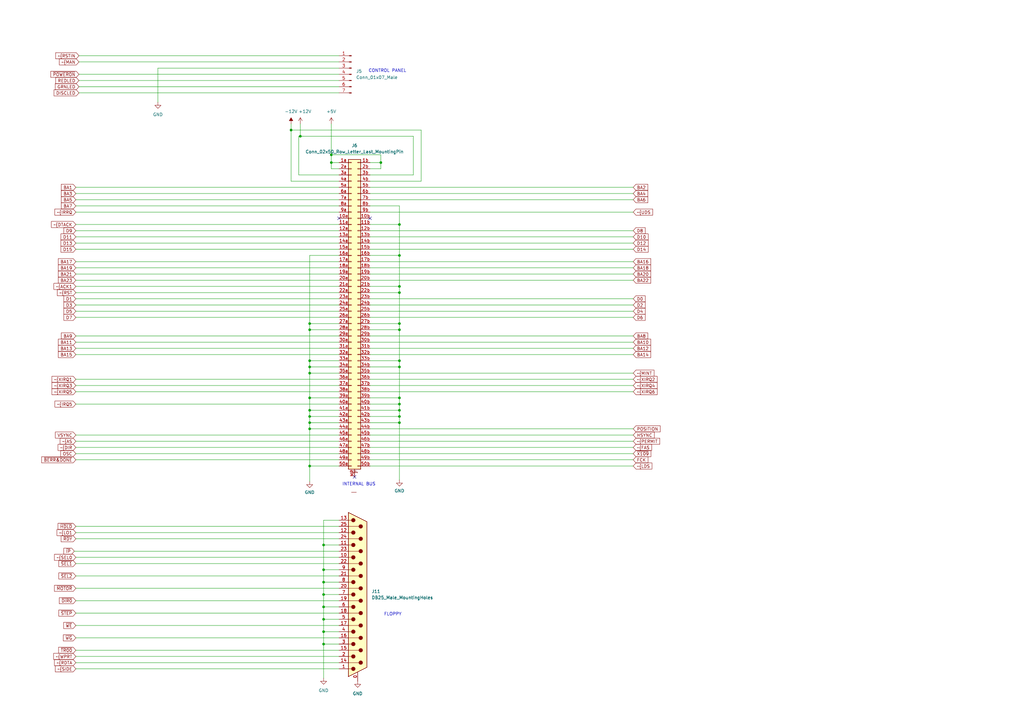
<source format=kicad_sch>
(kicad_sch (version 20211123) (generator eeschema)
  (paper "A3")
  (lib_symbols
    (symbol "Connector:Conn_01x07_Male" (pin_names (offset 1.016) hide)
      (property "Reference" "J" (at 0 10.16 0))
      (property "Value" "Conn_01x07_Male" (at 0 -10.16 0))
      (symbol "Conn_01x07_Male_1_1"
        (polyline (pts (xy 1.27 -7.62) (xy 0.8636 -7.62)) (stroke (width 0.1524)))
        (polyline (pts (xy 1.27 -5.08) (xy 0.8636 -5.08)) (stroke (width 0.1524)))
        (polyline (pts (xy 1.27 -2.54) (xy 0.8636 -2.54)) (stroke (width 0.1524)))
        (polyline (pts (xy 1.27 0) (xy 0.8636 0)) (stroke (width 0.1524)))
        (polyline (pts (xy 1.27 2.54) (xy 0.8636 2.54)) (stroke (width 0.1524)))
        (polyline (pts (xy 1.27 5.08) (xy 0.8636 5.08)) (stroke (width 0.1524)))
        (polyline (pts (xy 1.27 7.62) (xy 0.8636 7.62)) (stroke (width 0.1524)))
        (rectangle (start 0.8636 -7.493) (end 0 -7.747) (stroke (width 0.1524)) (fill (type outline)))
        (rectangle (start 0.8636 -4.953) (end 0 -5.207) (stroke (width 0.1524)) (fill (type outline)))
        (rectangle (start 0.8636 -2.413) (end 0 -2.667) (stroke (width 0.1524)) (fill (type outline)))
        (rectangle (start 0.8636 0.127) (end 0 -0.127) (stroke (width 0.1524)) (fill (type outline)))
        (rectangle (start 0.8636 2.667) (end 0 2.413) (stroke (width 0.1524)) (fill (type outline)))
        (rectangle (start 0.8636 5.207) (end 0 4.953) (stroke (width 0.1524)) (fill (type outline)))
        (rectangle (start 0.8636 7.747) (end 0 7.493) (stroke (width 0.1524)) (fill (type outline)))
        (pin passive line (at 5.08 7.62 180) (length 3.81) (name "Pin_1") (number "1"))
        (pin passive line (at 5.08 5.08 180) (length 3.81) (name "Pin_2") (number "2"))
        (pin passive line (at 5.08 2.54 180) (length 3.81) (name "Pin_3") (number "3"))
        (pin passive line (at 5.08 0 180) (length 3.81) (name "Pin_4") (number "4"))
        (pin passive line (at 5.08 -2.54 180) (length 3.81) (name "Pin_5") (number "5"))
        (pin passive line (at 5.08 -5.08 180) (length 3.81) (name "Pin_6") (number "6"))
        (pin passive line (at 5.08 -7.62 180) (length 3.81) (name "Pin_7") (number "7"))
      )
    )
    (symbol "Connector:DB25_Male_MountingHoles" (pin_names (offset 1.016) hide)
      (property "Reference" "J" (at 0 36.83 0))
      (property "Value" "DB25_Male_MountingHoles" (at 0 34.925 0))
      (symbol "DB25_Male_MountingHoles_0_1"
        (circle (center -1.778 -30.48) (radius 0.762) (fill (type outline)))
        (circle (center -1.778 -25.4) (radius 0.762) (fill (type outline)))
        (circle (center -1.778 -20.32) (radius 0.762) (fill (type outline)))
        (circle (center -1.778 -15.24) (radius 0.762) (fill (type outline)))
        (circle (center -1.778 -10.16) (radius 0.762) (fill (type outline)))
        (circle (center -1.778 -5.08) (radius 0.762) (fill (type outline)))
        (circle (center -1.778 0) (radius 0.762) (fill (type outline)))
        (circle (center -1.778 5.08) (radius 0.762) (fill (type outline)))
        (circle (center -1.778 10.16) (radius 0.762) (fill (type outline)))
        (circle (center -1.778 15.24) (radius 0.762) (fill (type outline)))
        (circle (center -1.778 20.32) (radius 0.762) (fill (type outline)))
        (circle (center -1.778 25.4) (radius 0.762) (fill (type outline)))
        (circle (center -1.778 30.48) (radius 0.762) (fill (type outline)))
        (polyline (pts (xy -3.81 -30.48) (xy -2.54 -30.48)))
        (polyline (pts (xy -3.81 -27.94) (xy 0.508 -27.94)))
        (polyline (pts (xy -3.81 -25.4) (xy -2.54 -25.4)))
        (polyline (pts (xy -3.81 -22.86) (xy 0.508 -22.86)))
        (polyline (pts (xy -3.81 -20.32) (xy -2.54 -20.32)))
        (polyline (pts (xy -3.81 -17.78) (xy 0.508 -17.78)))
        (polyline (pts (xy -3.81 -15.24) (xy -2.54 -15.24)))
        (polyline (pts (xy -3.81 -12.7) (xy 0.508 -12.7)))
        (polyline (pts (xy -3.81 -10.16) (xy -2.54 -10.16)))
        (polyline (pts (xy -3.81 -7.62) (xy 0.508 -7.62)))
        (polyline (pts (xy -3.81 -5.08) (xy -2.54 -5.08)))
        (polyline (pts (xy -3.81 -2.54) (xy 0.508 -2.54)))
        (polyline (pts (xy -3.81 0) (xy -2.54 0)))
        (polyline (pts (xy -3.81 2.54) (xy 0.508 2.54)))
        (polyline (pts (xy -3.81 5.08) (xy -2.54 5.08)))
        (polyline (pts (xy -3.81 7.62) (xy 0.508 7.62)))
        (polyline (pts (xy -3.81 10.16) (xy -2.54 10.16)))
        (polyline (pts (xy -3.81 12.7) (xy 0.508 12.7)))
        (polyline (pts (xy -3.81 15.24) (xy -2.54 15.24)))
        (polyline (pts (xy -3.81 17.78) (xy 0.508 17.78)))
        (polyline (pts (xy -3.81 20.32) (xy -2.54 20.32)))
        (polyline (pts (xy -3.81 22.86) (xy 0.508 22.86)))
        (polyline (pts (xy -3.81 25.4) (xy -2.54 25.4)))
        (polyline (pts (xy -3.81 27.94) (xy 0.508 27.94)))
        (polyline (pts (xy -3.81 30.48) (xy -2.54 30.48)))
        (polyline (pts (xy -3.81 -33.655) (xy 3.81 -29.845) (xy 3.81 29.845) (xy -3.81 33.655) (xy -3.81 -33.655)) (stroke (width 0.254)) (fill (type background)))
        (circle (center 1.27 -27.94) (radius 0.762) (fill (type outline)))
        (circle (center 1.27 -22.86) (radius 0.762) (fill (type outline)))
        (circle (center 1.27 -17.78) (radius 0.762) (fill (type outline)))
        (circle (center 1.27 -12.7) (radius 0.762) (fill (type outline)))
        (circle (center 1.27 -7.62) (radius 0.762) (fill (type outline)))
        (circle (center 1.27 -2.54) (radius 0.762) (fill (type outline)))
        (circle (center 1.27 2.54) (radius 0.762) (fill (type outline)))
        (circle (center 1.27 7.62) (radius 0.762) (fill (type outline)))
        (circle (center 1.27 12.7) (radius 0.762) (fill (type outline)))
        (circle (center 1.27 17.78) (radius 0.762) (fill (type outline)))
        (circle (center 1.27 22.86) (radius 0.762) (fill (type outline)))
        (circle (center 1.27 27.94) (radius 0.762) (fill (type outline)))
      )
      (symbol "DB25_Male_MountingHoles_1_1"
        (pin passive line (at 0 -35.56 90) (length 3.81) (name "PAD") (number "0"))
        (pin passive line (at -7.62 -30.48 0) (length 3.81) (name "1") (number "1"))
        (pin passive line (at -7.62 15.24 0) (length 3.81) (name "10") (number "10"))
        (pin passive line (at -7.62 20.32 0) (length 3.81) (name "11") (number "11"))
        (pin passive line (at -7.62 25.4 0) (length 3.81) (name "12") (number "12"))
        (pin passive line (at -7.62 30.48 0) (length 3.81) (name "13") (number "13"))
        (pin passive line (at -7.62 -27.94 0) (length 3.81) (name "P14") (number "14"))
        (pin passive line (at -7.62 -22.86 0) (length 3.81) (name "P15") (number "15"))
        (pin passive line (at -7.62 -17.78 0) (length 3.81) (name "P16") (number "16"))
        (pin passive line (at -7.62 -12.7 0) (length 3.81) (name "P17") (number "17"))
        (pin passive line (at -7.62 -7.62 0) (length 3.81) (name "P18") (number "18"))
        (pin passive line (at -7.62 -2.54 0) (length 3.81) (name "P19") (number "19"))
        (pin passive line (at -7.62 -25.4 0) (length 3.81) (name "2") (number "2"))
        (pin passive line (at -7.62 2.54 0) (length 3.81) (name "P20") (number "20"))
        (pin passive line (at -7.62 7.62 0) (length 3.81) (name "P21") (number "21"))
        (pin passive line (at -7.62 12.7 0) (length 3.81) (name "P22") (number "22"))
        (pin passive line (at -7.62 17.78 0) (length 3.81) (name "P23") (number "23"))
        (pin passive line (at -7.62 22.86 0) (length 3.81) (name "P24") (number "24"))
        (pin passive line (at -7.62 27.94 0) (length 3.81) (name "P25") (number "25"))
        (pin passive line (at -7.62 -20.32 0) (length 3.81) (name "3") (number "3"))
        (pin passive line (at -7.62 -15.24 0) (length 3.81) (name "4") (number "4"))
        (pin passive line (at -7.62 -10.16 0) (length 3.81) (name "5") (number "5"))
        (pin passive line (at -7.62 -5.08 0) (length 3.81) (name "6") (number "6"))
        (pin passive line (at -7.62 0 0) (length 3.81) (name "7") (number "7"))
        (pin passive line (at -7.62 5.08 0) (length 3.81) (name "8") (number "8"))
        (pin passive line (at -7.62 10.16 0) (length 3.81) (name "9") (number "9"))
      )
    )
    (symbol "power:+12V" (power) (pin_names (offset 0))
      (property "Value" "+12V" (at 0 3.556 0))
      (symbol "+12V_0_1"
        (polyline (pts (xy -0.762 1.27) (xy 0 2.54)))
        (polyline (pts (xy 0 0) (xy 0 2.54)))
        (polyline (pts (xy 0 2.54) (xy 0.762 1.27)))
      )
      (symbol "+12V_1_1"
        (pin power_in line (at 0 0 90) (length 0) hide (name "+12V") (number "1"))
      )
    )
    (symbol "power:+5V" (power) (pin_names (offset 0))
      (property "Value" "+5V" (at 0 3.556 0))
      (symbol "+5V_0_1"
        (polyline (pts (xy -0.762 1.27) (xy 0 2.54)))
        (polyline (pts (xy 0 0) (xy 0 2.54)))
        (polyline (pts (xy 0 2.54) (xy 0.762 1.27)))
      )
      (symbol "+5V_1_1"
        (pin power_in line (at 0 0 90) (length 0) hide (name "+5V") (number "1"))
      )
    )
    (symbol "power:-12V" (power) (pin_names (offset 0))
      (property "Value" "-12V" (at 0 3.81 0))
      (symbol "-12V_0_0"
        (pin power_in line (at 0 0 90) (length 0) hide (name "-12V") (number "1"))
      )
      (symbol "-12V_0_1"
        (polyline (pts (xy 0 0) (xy 0 1.27) (xy 0.762 1.27) (xy 0 2.54) (xy -0.762 1.27) (xy 0 1.27)) (fill (type outline)))
      )
    )
    (symbol "power:GND" (power) (pin_names (offset 0))
      (property "Value" "GND" (at 0 -3.81 0))
      (symbol "GND_0_1"
        (polyline (pts (xy 0 0) (xy 0 -1.27) (xy 1.27 -1.27) (xy 0 -2.54) (xy -1.27 -1.27) (xy 0 -1.27)))
      )
      (symbol "GND_1_1"
        (pin power_in line (at 0 0 270) (length 0) hide (name "GND") (number "1"))
      )
    )
    (symbol "x37:Conn_02x50_Row_Letter_Last_MountingPin" (pin_names (offset 1.016) hide)
      (property "Reference" "J" (at 1.27 50.8 0))
      (property "Value" "Conn_02x50_Row_Letter_Last_MountingPin" (at 6.35 -80.01 0))
      (symbol "Conn_02x50_Row_Letter_Last_MountingPin_1_1"
        (rectangle (start -1.27 -76.073) (end 0 -76.327) (stroke (width 0.1524)))
        (rectangle (start -1.27 -73.533) (end 0 -73.787) (stroke (width 0.1524)))
        (rectangle (start -1.27 -70.993) (end 0 -71.247) (stroke (width 0.1524)))
        (rectangle (start -1.27 -68.453) (end 0 -68.707) (stroke (width 0.1524)))
        (rectangle (start -1.27 -65.913) (end 0 -66.167) (stroke (width 0.1524)))
        (rectangle (start -1.27 -63.373) (end 0 -63.627) (stroke (width 0.1524)))
        (rectangle (start -1.27 -60.833) (end 0 -61.087) (stroke (width 0.1524)))
        (rectangle (start -1.27 -58.293) (end 0 -58.547) (stroke (width 0.1524)))
        (rectangle (start -1.27 -55.753) (end 0 -56.007) (stroke (width 0.1524)))
        (rectangle (start -1.27 -53.213) (end 0 -53.467) (stroke (width 0.1524)))
        (rectangle (start -1.27 -50.673) (end 0 -50.927) (stroke (width 0.1524)))
        (rectangle (start -1.27 -48.133) (end 0 -48.387) (stroke (width 0.1524)))
        (rectangle (start -1.27 -45.593) (end 0 -45.847) (stroke (width 0.1524)))
        (rectangle (start -1.27 -43.053) (end 0 -43.307) (stroke (width 0.1524)))
        (rectangle (start -1.27 -40.513) (end 0 -40.767) (stroke (width 0.1524)))
        (rectangle (start -1.27 -37.973) (end 0 -38.227) (stroke (width 0.1524)))
        (rectangle (start -1.27 -35.433) (end 0 -35.687) (stroke (width 0.1524)))
        (rectangle (start -1.27 -32.893) (end 0 -33.147) (stroke (width 0.1524)))
        (rectangle (start -1.27 -30.353) (end 0 -30.607) (stroke (width 0.1524)))
        (rectangle (start -1.27 -27.813) (end 0 -28.067) (stroke (width 0.1524)))
        (rectangle (start -1.27 -25.273) (end 0 -25.527) (stroke (width 0.1524)))
        (rectangle (start -1.27 -22.733) (end 0 -22.987) (stroke (width 0.1524)))
        (rectangle (start -1.27 -20.193) (end 0 -20.447) (stroke (width 0.1524)))
        (rectangle (start -1.27 -17.653) (end 0 -17.907) (stroke (width 0.1524)))
        (rectangle (start -1.27 -15.113) (end 0 -15.367) (stroke (width 0.1524)))
        (rectangle (start -1.27 -12.573) (end 0 -12.827) (stroke (width 0.1524)))
        (rectangle (start -1.27 -10.033) (end 0 -10.287) (stroke (width 0.1524)))
        (rectangle (start -1.27 -7.493) (end 0 -7.747) (stroke (width 0.1524)))
        (rectangle (start -1.27 -4.953) (end 0 -5.207) (stroke (width 0.1524)))
        (rectangle (start -1.27 -2.413) (end 0 -2.667) (stroke (width 0.1524)))
        (rectangle (start -1.27 0.127) (end 0 -0.127) (stroke (width 0.1524)))
        (rectangle (start -1.27 2.667) (end 0 2.413) (stroke (width 0.1524)))
        (rectangle (start -1.27 5.207) (end 0 4.953) (stroke (width 0.1524)))
        (rectangle (start -1.27 7.747) (end 0 7.493) (stroke (width 0.1524)))
        (rectangle (start -1.27 10.287) (end 0 10.033) (stroke (width 0.1524)))
        (rectangle (start -1.27 12.827) (end 0 12.573) (stroke (width 0.1524)))
        (rectangle (start -1.27 15.367) (end 0 15.113) (stroke (width 0.1524)))
        (rectangle (start -1.27 17.907) (end 0 17.653) (stroke (width 0.1524)))
        (rectangle (start -1.27 20.447) (end 0 20.193) (stroke (width 0.1524)))
        (rectangle (start -1.27 22.987) (end 0 22.733) (stroke (width 0.1524)))
        (rectangle (start -1.27 25.527) (end 0 25.273) (stroke (width 0.1524)))
        (rectangle (start -1.27 28.067) (end 0 27.813) (stroke (width 0.1524)))
        (rectangle (start -1.27 30.607) (end 0 30.353) (stroke (width 0.1524)))
        (rectangle (start -1.27 33.147) (end 0 32.893) (stroke (width 0.1524)))
        (rectangle (start -1.27 35.687) (end 0 35.433) (stroke (width 0.1524)))
        (rectangle (start -1.27 38.227) (end 0 37.973) (stroke (width 0.1524)))
        (rectangle (start -1.27 40.767) (end 0 40.513) (stroke (width 0.1524)))
        (rectangle (start -1.27 43.307) (end 0 43.053) (stroke (width 0.1524)))
        (rectangle (start -1.27 45.847) (end 0 45.593) (stroke (width 0.1524)))
        (rectangle (start -1.27 48.387) (end 0 48.133) (stroke (width 0.1524)))
        (rectangle (start -1.27 49.53) (end 3.81 -77.47) (stroke (width 0.254)) (fill (type background)))
        (polyline (pts (xy 0 -86.995) (xy 2.032 -86.995)) (stroke (width 0.1524)))
        (polyline (pts (xy 0 -78.105) (xy 2.032 -78.105)) (stroke (width 0.1524)))
        (rectangle (start 3.81 -76.073) (end 2.54 -76.327) (stroke (width 0.1524)))
        (rectangle (start 3.81 -73.533) (end 2.54 -73.787) (stroke (width 0.1524)))
        (rectangle (start 3.81 -70.993) (end 2.54 -71.247) (stroke (width 0.1524)))
        (rectangle (start 3.81 -68.453) (end 2.54 -68.707) (stroke (width 0.1524)))
        (rectangle (start 3.81 -65.913) (end 2.54 -66.167) (stroke (width 0.1524)))
        (rectangle (start 3.81 -63.373) (end 2.54 -63.627) (stroke (width 0.1524)))
        (rectangle (start 3.81 -60.833) (end 2.54 -61.087) (stroke (width 0.1524)))
        (rectangle (start 3.81 -58.293) (end 2.54 -58.547) (stroke (width 0.1524)))
        (rectangle (start 3.81 -55.753) (end 2.54 -56.007) (stroke (width 0.1524)))
        (rectangle (start 3.81 -53.213) (end 2.54 -53.467) (stroke (width 0.1524)))
        (rectangle (start 3.81 -50.673) (end 2.54 -50.927) (stroke (width 0.1524)))
        (rectangle (start 3.81 -48.133) (end 2.54 -48.387) (stroke (width 0.1524)))
        (rectangle (start 3.81 -45.593) (end 2.54 -45.847) (stroke (width 0.1524)))
        (rectangle (start 3.81 -43.053) (end 2.54 -43.307) (stroke (width 0.1524)))
        (rectangle (start 3.81 -40.513) (end 2.54 -40.767) (stroke (width 0.1524)))
        (rectangle (start 3.81 -37.973) (end 2.54 -38.227) (stroke (width 0.1524)))
        (rectangle (start 3.81 -35.433) (end 2.54 -35.687) (stroke (width 0.1524)))
        (rectangle (start 3.81 -32.893) (end 2.54 -33.147) (stroke (width 0.1524)))
        (rectangle (start 3.81 -30.353) (end 2.54 -30.607) (stroke (width 0.1524)))
        (rectangle (start 3.81 -27.813) (end 2.54 -28.067) (stroke (width 0.1524)))
        (rectangle (start 3.81 -25.273) (end 2.54 -25.527) (stroke (width 0.1524)))
        (rectangle (start 3.81 -22.733) (end 2.54 -22.987) (stroke (width 0.1524)))
        (rectangle (start 3.81 -20.193) (end 2.54 -20.447) (stroke (width 0.1524)))
        (rectangle (start 3.81 -17.653) (end 2.54 -17.907) (stroke (width 0.1524)))
        (rectangle (start 3.81 -15.113) (end 2.54 -15.367) (stroke (width 0.1524)))
        (rectangle (start 3.81 -12.573) (end 2.54 -12.827) (stroke (width 0.1524)))
        (rectangle (start 3.81 -10.033) (end 2.54 -10.287) (stroke (width 0.1524)))
        (rectangle (start 3.81 -7.493) (end 2.54 -7.747) (stroke (width 0.1524)))
        (rectangle (start 3.81 -4.953) (end 2.54 -5.207) (stroke (width 0.1524)))
        (rectangle (start 3.81 -2.413) (end 2.54 -2.667) (stroke (width 0.1524)))
        (rectangle (start 3.81 0.127) (end 2.54 -0.127) (stroke (width 0.1524)))
        (rectangle (start 3.81 2.667) (end 2.54 2.413) (stroke (width 0.1524)))
        (rectangle (start 3.81 5.207) (end 2.54 4.953) (stroke (width 0.1524)))
        (rectangle (start 3.81 7.747) (end 2.54 7.493) (stroke (width 0.1524)))
        (rectangle (start 3.81 10.287) (end 2.54 10.033) (stroke (width 0.1524)))
        (rectangle (start 3.81 12.827) (end 2.54 12.573) (stroke (width 0.1524)))
        (rectangle (start 3.81 15.367) (end 2.54 15.113) (stroke (width 0.1524)))
        (rectangle (start 3.81 17.907) (end 2.54 17.653) (stroke (width 0.1524)))
        (rectangle (start 3.81 20.447) (end 2.54 20.193) (stroke (width 0.1524)))
        (rectangle (start 3.81 22.987) (end 2.54 22.733) (stroke (width 0.1524)))
        (rectangle (start 3.81 25.527) (end 2.54 25.273) (stroke (width 0.1524)))
        (rectangle (start 3.81 28.067) (end 2.54 27.813) (stroke (width 0.1524)))
        (rectangle (start 3.81 30.607) (end 2.54 30.353) (stroke (width 0.1524)))
        (rectangle (start 3.81 33.147) (end 2.54 32.893) (stroke (width 0.1524)))
        (rectangle (start 3.81 35.687) (end 2.54 35.433) (stroke (width 0.1524)))
        (rectangle (start 3.81 38.227) (end 2.54 37.973) (stroke (width 0.1524)))
        (rectangle (start 3.81 40.767) (end 2.54 40.513) (stroke (width 0.1524)))
        (rectangle (start 3.81 43.307) (end 2.54 43.053) (stroke (width 0.1524)))
        (rectangle (start 3.81 45.847) (end 2.54 45.593) (stroke (width 0.1524)))
        (rectangle (start 3.81 48.387) (end 2.54 48.133) (stroke (width 0.1524)))
        (text "Mounting" (at 1.27 -78.74 0) (effects (font (size 0.381 0.381))))
        (pin passive line (at -5.08 25.4 0) (length 3.81) (name "Pin_10a") (number "10a"))
        (pin passive line (at 7.62 25.4 180) (length 3.81) (name "Pin_10b") (number "10b"))
        (pin passive line (at -5.08 22.86 0) (length 3.81) (name "Pin_11a") (number "11a"))
        (pin passive line (at 7.62 22.86 180) (length 3.81) (name "Pin_11b") (number "11b"))
        (pin passive line (at -5.08 20.32 0) (length 3.81) (name "Pin_12a") (number "12a"))
        (pin passive line (at 7.62 20.32 180) (length 3.81) (name "Pin_12b") (number "12b"))
        (pin passive line (at -5.08 17.78 0) (length 3.81) (name "Pin_13a") (number "13a"))
        (pin passive line (at 7.62 17.78 180) (length 3.81) (name "Pin_13b") (number "13b"))
        (pin passive line (at -5.08 15.24 0) (length 3.81) (name "Pin_14a") (number "14a"))
        (pin passive line (at 7.62 15.24 180) (length 3.81) (name "Pin_14b") (number "14b"))
        (pin passive line (at -5.08 12.7 0) (length 3.81) (name "Pin_15a") (number "15a"))
        (pin passive line (at 7.62 12.7 180) (length 3.81) (name "Pin_15b") (number "15b"))
        (pin passive line (at -5.08 10.16 0) (length 3.81) (name "Pin_16a") (number "16a"))
        (pin passive line (at 7.62 10.16 180) (length 3.81) (name "Pin_16b") (number "16b"))
        (pin passive line (at -5.08 7.62 0) (length 3.81) (name "Pin_17a") (number "17a"))
        (pin passive line (at 7.62 7.62 180) (length 3.81) (name "Pin_17b") (number "17b"))
        (pin passive line (at -5.08 5.08 0) (length 3.81) (name "Pin_18a") (number "18a"))
        (pin passive line (at 7.62 5.08 180) (length 3.81) (name "Pin_18b") (number "18b"))
        (pin passive line (at -5.08 2.54 0) (length 3.81) (name "Pin_19a") (number "19a"))
        (pin passive line (at 7.62 2.54 180) (length 3.81) (name "Pin_19b") (number "19b"))
        (pin passive line (at -5.08 48.26 0) (length 3.81) (name "Pin_1a") (number "1a"))
        (pin passive line (at 7.62 48.26 180) (length 3.81) (name "Pin_1b") (number "1b"))
        (pin passive line (at -5.08 0 0) (length 3.81) (name "Pin_20a") (number "20a"))
        (pin passive line (at 7.62 0 180) (length 3.81) (name "Pin_20b") (number "20b"))
        (pin passive line (at -5.08 -2.54 0) (length 3.81) (name "Pin_21a") (number "21a"))
        (pin passive line (at 7.62 -2.54 180) (length 3.81) (name "Pin_21b") (number "21b"))
        (pin passive line (at -5.08 -5.08 0) (length 3.81) (name "Pin_22a") (number "22a"))
        (pin passive line (at 7.62 -5.08 180) (length 3.81) (name "Pin_22b") (number "22b"))
        (pin passive line (at -5.08 -7.62 0) (length 3.81) (name "Pin_23a") (number "23a"))
        (pin passive line (at 7.62 -7.62 180) (length 3.81) (name "Pin_23b") (number "23b"))
        (pin passive line (at -5.08 -10.16 0) (length 3.81) (name "Pin_24a") (number "24a"))
        (pin passive line (at 7.62 -10.16 180) (length 3.81) (name "Pin_24b") (number "24b"))
        (pin passive line (at -5.08 -12.7 0) (length 3.81) (name "Pin_25a") (number "25a"))
        (pin passive line (at 7.62 -12.7 180) (length 3.81) (name "Pin_25b") (number "25b"))
        (pin passive line (at -5.08 -15.24 0) (length 3.81) (name "Pin_26a") (number "26a"))
        (pin passive line (at 7.62 -15.24 180) (length 3.81) (name "Pin_26b") (number "26b"))
        (pin passive line (at -5.08 -17.78 0) (length 3.81) (name "Pin_27a") (number "27a"))
        (pin passive line (at 7.62 -17.78 180) (length 3.81) (name "Pin_27b") (number "27b"))
        (pin passive line (at -5.08 -20.32 0) (length 3.81) (name "Pin_28a") (number "28a"))
        (pin passive line (at 7.62 -20.32 180) (length 3.81) (name "Pin_28b") (number "28b"))
        (pin passive line (at -5.08 -22.86 0) (length 3.81) (name "Pin_29a") (number "29a"))
        (pin passive line (at 7.62 -22.86 180) (length 3.81) (name "Pin_29b") (number "29b"))
        (pin passive line (at -5.08 45.72 0) (length 3.81) (name "Pin_2a") (number "2a"))
        (pin passive line (at 7.62 45.72 180) (length 3.81) (name "Pin_2b") (number "2b"))
        (pin passive line (at -5.08 -25.4 0) (length 3.81) (name "Pin_30a") (number "30a"))
        (pin passive line (at 7.62 -25.4 180) (length 3.81) (name "Pin_30b") (number "30b"))
        (pin passive line (at -5.08 -27.94 0) (length 3.81) (name "Pin_31a") (number "31a"))
        (pin passive line (at 7.62 -27.94 180) (length 3.81) (name "Pin_31b") (number "31b"))
        (pin passive line (at -5.08 -30.48 0) (length 3.81) (name "Pin_32a") (number "32a"))
        (pin passive line (at 7.62 -30.48 180) (length 3.81) (name "Pin_32b") (number "32b"))
        (pin passive line (at -5.08 -33.02 0) (length 3.81) (name "Pin_33a") (number "33a"))
        (pin passive line (at 7.62 -33.02 180) (length 3.81) (name "Pin_33b") (number "33b"))
        (pin passive line (at -5.08 -35.56 0) (length 3.81) (name "Pin_34a") (number "34a"))
        (pin passive line (at 7.62 -35.56 180) (length 3.81) (name "Pin_34b") (number "34b"))
        (pin passive line (at -5.08 -38.1 0) (length 3.81) (name "Pin_35a") (number "35a"))
        (pin passive line (at 7.62 -38.1 180) (length 3.81) (name "Pin_35b") (number "35b"))
        (pin passive line (at -5.08 -40.64 0) (length 3.81) (name "Pin_36a") (number "36a"))
        (pin passive line (at 7.62 -40.64 180) (length 3.81) (name "Pin_36b") (number "36b"))
        (pin passive line (at -5.08 -43.18 0) (length 3.81) (name "Pin_37a") (number "37a"))
        (pin passive line (at 7.62 -43.18 180) (length 3.81) (name "Pin_37b") (number "37b"))
        (pin passive line (at -5.08 -45.72 0) (length 3.81) (name "Pin_38a") (number "38a"))
        (pin passive line (at 7.62 -45.72 180) (length 3.81) (name "Pin_38b") (number "38b"))
        (pin passive line (at -5.08 -48.26 0) (length 3.81) (name "Pin_39a") (number "39a"))
        (pin passive line (at 7.62 -48.26 180) (length 3.81) (name "Pin_39b") (number "39b"))
        (pin passive line (at -5.08 43.18 0) (length 3.81) (name "Pin_3a") (number "3a"))
        (pin passive line (at 7.62 43.18 180) (length 3.81) (name "Pin_3b") (number "3b"))
        (pin passive line (at -5.08 -50.8 0) (length 3.81) (name "Pin_40a") (number "40a"))
        (pin passive line (at 7.62 -50.8 180) (length 3.81) (name "Pin_40b") (number "40b"))
        (pin passive line (at -5.08 -53.34 0) (length 3.81) (name "Pin_41a") (number "41a"))
        (pin passive line (at 7.62 -53.34 180) (length 3.81) (name "Pin_41b") (number "41b"))
        (pin passive line (at -5.08 -55.88 0) (length 3.81) (name "Pin_42a") (number "42a"))
        (pin passive line (at 7.62 -55.88 180) (length 3.81) (name "Pin_42b") (number "42b"))
        (pin passive line (at -5.08 -58.42 0) (length 3.81) (name "Pin_43a") (number "43a"))
        (pin passive line (at 7.62 -58.42 180) (length 3.81) (name "Pin_43b") (number "43b"))
        (pin passive line (at -5.08 -60.96 0) (length 3.81) (name "Pin_44a") (number "44a"))
        (pin passive line (at 7.62 -60.96 180) (length 3.81) (name "Pin_44b") (number "44b"))
        (pin passive line (at -5.08 -63.5 0) (length 3.81) (name "Pin_45a") (number "45a"))
        (pin passive line (at 7.62 -63.5 180) (length 3.81) (name "Pin_45b") (number "45b"))
        (pin passive line (at -5.08 -66.04 0) (length 3.81) (name "Pin_46a") (number "46a"))
        (pin passive line (at 7.62 -66.04 180) (length 3.81) (name "Pin_46b") (number "46b"))
        (pin passive line (at -5.08 -68.58 0) (length 3.81) (name "Pin_47a") (number "47a"))
        (pin passive line (at 7.62 -68.58 180) (length 3.81) (name "Pin_47b") (number "47b"))
        (pin passive line (at -5.08 -71.12 0) (length 3.81) (name "Pin_48a") (number "48a"))
        (pin passive line (at 7.62 -71.12 180) (length 3.81) (name "Pin_48b") (number "48b"))
        (pin passive line (at -5.08 -73.66 0) (length 3.81) (name "Pin_49a") (number "49a"))
        (pin passive line (at 7.62 -73.66 180) (length 3.81) (name "Pin_49b") (number "49b"))
        (pin passive line (at -5.08 40.64 0) (length 3.81) (name "Pin_4a") (number "4a"))
        (pin passive line (at 7.62 40.64 180) (length 3.81) (name "Pin_4b") (number "4b"))
        (pin passive line (at -5.08 -76.2 0) (length 3.81) (name "Pin_50a") (number "50a"))
        (pin passive line (at 7.62 -76.2 180) (length 3.81) (name "Pin_50b") (number "50b"))
        (pin passive line (at -5.08 38.1 0) (length 3.81) (name "Pin_5a") (number "5a"))
        (pin passive line (at 7.62 38.1 180) (length 3.81) (name "Pin_5b") (number "5b"))
        (pin passive line (at -5.08 35.56 0) (length 3.81) (name "Pin_6a") (number "6a"))
        (pin passive line (at 7.62 35.56 180) (length 3.81) (name "Pin_6b") (number "6b"))
        (pin passive line (at -5.08 33.02 0) (length 3.81) (name "Pin_7a") (number "7a"))
        (pin passive line (at 7.62 33.02 180) (length 3.81) (name "Pin_7b") (number "7b"))
        (pin passive line (at -5.08 30.48 0) (length 3.81) (name "Pin_8a") (number "8a"))
        (pin passive line (at 7.62 30.48 180) (length 3.81) (name "Pin_8b") (number "8b"))
        (pin passive line (at -5.08 27.94 0) (length 3.81) (name "Pin_9a") (number "9a"))
        (pin passive line (at 7.62 27.94 180) (length 3.81) (name "Pin_9b") (number "9b"))
        (pin passive line (at 1.27 -80.645 90) (length 3.048) (name "MountPin") (number "MP"))
      )
    )
  )
  (junction (at 127 168.275))
  (junction (at 163.83 170.815))
  (junction (at 163.83 173.355))
  (junction (at 127 150.495))
  (junction (at 127 173.355))
  (junction (at 163.83 165.735))
  (junction (at 127 135.255))
  (junction (at 132.715 248.92))
  (junction (at 132.715 254))
  (junction (at 123.19 55.88))
  (junction (at 132.715 264.16))
  (junction (at 163.83 147.955))
  (junction (at 163.83 92.075))
  (junction (at 132.715 223.52))
  (junction (at 163.83 132.715))
  (junction (at 163.83 117.475))
  (junction (at 132.715 259.08))
  (junction (at 163.83 120.015))
  (junction (at 163.83 104.775))
  (junction (at 127 132.715))
  (junction (at 163.83 163.195))
  (junction (at 119.38 53.34))
  (junction (at 127 175.895))
  (junction (at 127 163.195))
  (junction (at 127 153.035))
  (junction (at 156.21 66.675))
  (junction (at 127 191.135))
  (junction (at 163.83 168.275))
  (junction (at 163.83 135.255))
  (junction (at 132.715 243.84))
  (junction (at 135.89 66.675))
  (junction (at 132.715 238.76))
  (junction (at 135.89 63.5))
  (junction (at 127 147.955))
  (junction (at 163.83 150.495))
  (junction (at 132.715 233.68))
  (junction (at 127 170.815))
  (no_connect (at 139.065 89.535))
  (no_connect (at 145.415 195.58))
  (no_connect (at 151.765 89.535))
  (wire (pts (xy 31.115 256.54) (xy 139.065 256.54)))
  (wire (pts (xy 151.765 153.035) (xy 259.715 153.035)))
  (wire (pts (xy 163.83 168.275) (xy 163.83 170.815)))
  (wire (pts (xy 163.83 104.775) (xy 163.83 117.475)))
  (wire (pts (xy 31.115 246.38) (xy 139.065 246.38)))
  (wire (pts (xy 163.83 165.735) (xy 151.765 165.735)))
  (wire (pts (xy 151.765 81.915) (xy 259.715 81.915)))
  (wire (pts (xy 32.385 30.48) (xy 139.065 30.48)))
  (wire (pts (xy 132.715 243.84) (xy 132.715 238.76)))
  (wire (pts (xy 31.115 127.635) (xy 139.065 127.635)))
  (wire (pts (xy 132.715 248.92) (xy 139.065 248.92)))
  (wire (pts (xy 31.115 215.9) (xy 139.065 215.9)))
  (wire (pts (xy 163.83 170.815) (xy 151.765 170.815)))
  (wire (pts (xy 151.765 186.055) (xy 259.715 186.055)))
  (wire (pts (xy 151.765 125.095) (xy 259.715 125.095)))
  (wire (pts (xy 31.115 81.915) (xy 139.065 81.915)))
  (wire (pts (xy 132.715 233.68) (xy 139.065 233.68)))
  (wire (pts (xy 132.715 233.68) (xy 132.715 223.52)))
  (wire (pts (xy 151.765 122.555) (xy 259.715 122.555)))
  (wire (pts (xy 31.115 231.14) (xy 139.065 231.14)))
  (wire (pts (xy 163.83 163.195) (xy 151.765 163.195)))
  (wire (pts (xy 151.765 86.995) (xy 259.715 86.995)))
  (wire (pts (xy 132.715 238.76) (xy 139.065 238.76)))
  (wire (pts (xy 31.115 188.595) (xy 139.065 188.595)))
  (wire (pts (xy 163.83 132.715) (xy 163.83 135.255)))
  (wire (pts (xy 132.715 254) (xy 139.065 254)))
  (wire (pts (xy 156.21 63.5) (xy 156.21 66.675)))
  (wire (pts (xy 31.115 271.78) (xy 139.065 271.78)))
  (wire (pts (xy 135.89 66.675) (xy 135.89 63.5)))
  (wire (pts (xy 127 175.895) (xy 127 191.135)))
  (wire (pts (xy 151.765 71.755) (xy 169.545 71.755)))
  (wire (pts (xy 31.115 165.735) (xy 139.065 165.735)))
  (wire (pts (xy 127 132.715) (xy 127 135.255)))
  (wire (pts (xy 31.115 97.155) (xy 139.065 97.155)))
  (wire (pts (xy 31.115 160.655) (xy 139.065 160.655)))
  (wire (pts (xy 32.385 38.1) (xy 139.065 38.1)))
  (wire (pts (xy 151.765 97.155) (xy 259.715 97.155)))
  (wire (pts (xy 31.115 99.695) (xy 139.065 99.695)))
  (wire (pts (xy 31.115 130.175) (xy 139.065 130.175)))
  (wire (pts (xy 31.115 122.555) (xy 139.065 122.555)))
  (wire (pts (xy 31.115 158.115) (xy 139.065 158.115)))
  (wire (pts (xy 119.38 53.34) (xy 119.38 74.295)))
  (wire (pts (xy 32.385 25.4) (xy 139.065 25.4)))
  (wire (pts (xy 151.765 94.615) (xy 259.715 94.615)))
  (wire (pts (xy 139.065 173.355) (xy 127 173.355)))
  (wire (pts (xy 122.555 71.755) (xy 122.555 55.88)))
  (wire (pts (xy 127 191.135) (xy 127 197.485)))
  (wire (pts (xy 151.765 147.955) (xy 163.83 147.955)))
  (wire (pts (xy 151.765 79.375) (xy 259.715 79.375)))
  (wire (pts (xy 156.21 69.215) (xy 156.21 66.675)))
  (wire (pts (xy 127 104.775) (xy 127 132.715)))
  (wire (pts (xy 151.765 135.255) (xy 163.83 135.255)))
  (wire (pts (xy 151.765 180.975) (xy 259.715 180.975)))
  (wire (pts (xy 132.715 259.08) (xy 132.715 254)))
  (wire (pts (xy 127 168.275) (xy 127 170.815)))
  (wire (pts (xy 132.715 264.16) (xy 132.715 259.08)))
  (wire (pts (xy 151.765 150.495) (xy 163.83 150.495)))
  (wire (pts (xy 64.77 27.94) (xy 64.77 41.91)))
  (wire (pts (xy 127 153.035) (xy 139.065 153.035)))
  (wire (pts (xy 163.83 150.495) (xy 163.83 163.195)))
  (wire (pts (xy 31.115 76.835) (xy 139.065 76.835)))
  (wire (pts (xy 151.765 145.415) (xy 259.715 145.415)))
  (wire (pts (xy 31.115 145.415) (xy 139.065 145.415)))
  (wire (pts (xy 30.48 226.06) (xy 139.065 226.06)))
  (wire (pts (xy 139.065 132.715) (xy 127 132.715)))
  (wire (pts (xy 31.115 94.615) (xy 139.065 94.615)))
  (wire (pts (xy 132.715 223.52) (xy 132.715 213.36)))
  (wire (pts (xy 132.715 254) (xy 132.715 248.92)))
  (wire (pts (xy 119.38 74.295) (xy 139.065 74.295)))
  (wire (pts (xy 31.115 269.24) (xy 139.065 269.24)))
  (wire (pts (xy 123.19 55.88) (xy 169.545 55.88)))
  (wire (pts (xy 122.555 55.88) (xy 123.19 55.88)))
  (wire (pts (xy 127 175.895) (xy 139.065 175.895)))
  (wire (pts (xy 151.765 69.215) (xy 156.21 69.215)))
  (wire (pts (xy 163.83 173.355) (xy 151.765 173.355)))
  (wire (pts (xy 132.715 238.76) (xy 132.715 233.68)))
  (wire (pts (xy 64.77 27.94) (xy 139.065 27.94)))
  (wire (pts (xy 132.715 243.84) (xy 132.715 248.92)))
  (wire (pts (xy 127 163.195) (xy 139.065 163.195)))
  (wire (pts (xy 172.72 53.34) (xy 119.38 53.34)))
  (wire (pts (xy 31.115 183.515) (xy 139.065 183.515)))
  (wire (pts (xy 132.715 243.84) (xy 139.065 243.84)))
  (wire (pts (xy 151.765 99.695) (xy 259.715 99.695)))
  (wire (pts (xy 127 135.255) (xy 127 147.955)))
  (wire (pts (xy 127 173.355) (xy 127 175.895)))
  (wire (pts (xy 132.715 259.08) (xy 139.065 259.08)))
  (wire (pts (xy 151.765 76.835) (xy 259.715 76.835)))
  (wire (pts (xy 151.765 137.795) (xy 259.715 137.795)))
  (wire (pts (xy 132.715 264.16) (xy 132.715 278.13)))
  (wire (pts (xy 31.115 125.095) (xy 139.065 125.095)))
  (wire (pts (xy 123.19 50.8) (xy 123.19 55.88)))
  (wire (pts (xy 151.765 120.015) (xy 163.83 120.015)))
  (wire (pts (xy 139.065 264.16) (xy 132.715 264.16)))
  (wire (pts (xy 151.765 92.075) (xy 163.83 92.075)))
  (wire (pts (xy 151.765 107.315) (xy 259.715 107.315)))
  (wire (pts (xy 151.765 191.135) (xy 259.715 191.135)))
  (wire (pts (xy 135.89 66.675) (xy 139.065 66.675)))
  (wire (pts (xy 31.115 84.455) (xy 139.065 84.455)))
  (wire (pts (xy 31.115 274.32) (xy 139.065 274.32)))
  (wire (pts (xy 31.115 178.435) (xy 139.065 178.435)))
  (wire (pts (xy 163.83 120.015) (xy 163.83 132.715)))
  (wire (pts (xy 31.115 140.335) (xy 139.065 140.335)))
  (wire (pts (xy 151.765 104.775) (xy 163.83 104.775)))
  (wire (pts (xy 151.765 140.335) (xy 259.715 140.335)))
  (wire (pts (xy 135.89 63.5) (xy 156.21 63.5)))
  (wire (pts (xy 151.765 178.435) (xy 259.715 178.435)))
  (wire (pts (xy 31.115 228.6) (xy 139.065 228.6)))
  (wire (pts (xy 172.72 74.295) (xy 172.72 53.34)))
  (wire (pts (xy 151.765 130.175) (xy 259.715 130.175)))
  (wire (pts (xy 135.89 69.215) (xy 135.89 66.675)))
  (wire (pts (xy 151.765 175.895) (xy 259.715 175.895)))
  (wire (pts (xy 31.115 241.3) (xy 139.065 241.3)))
  (wire (pts (xy 127 150.495) (xy 127 153.035)))
  (wire (pts (xy 31.115 102.235) (xy 139.065 102.235)))
  (wire (pts (xy 169.545 55.88) (xy 169.545 71.755)))
  (wire (pts (xy 31.115 251.46) (xy 139.065 251.46)))
  (wire (pts (xy 31.115 266.7) (xy 139.065 266.7)))
  (wire (pts (xy 31.115 236.22) (xy 139.065 236.22)))
  (wire (pts (xy 127 191.135) (xy 139.065 191.135)))
  (wire (pts (xy 31.115 120.015) (xy 139.065 120.015)))
  (wire (pts (xy 127 135.255) (xy 139.065 135.255)))
  (wire (pts (xy 32.385 22.86) (xy 139.065 22.86)))
  (wire (pts (xy 151.765 112.395) (xy 259.715 112.395)))
  (wire (pts (xy 31.115 137.795) (xy 139.065 137.795)))
  (wire (pts (xy 127 170.815) (xy 127 173.355)))
  (wire (pts (xy 31.115 186.055) (xy 139.065 186.055)))
  (wire (pts (xy 163.83 84.455) (xy 163.83 92.075)))
  (wire (pts (xy 139.065 104.775) (xy 127 104.775)))
  (wire (pts (xy 32.385 33.02) (xy 139.065 33.02)))
  (wire (pts (xy 31.115 117.475) (xy 139.065 117.475)))
  (wire (pts (xy 156.21 66.675) (xy 151.765 66.675)))
  (wire (pts (xy 31.115 79.375) (xy 139.065 79.375)))
  (wire (pts (xy 163.83 173.355) (xy 163.83 196.85)))
  (wire (pts (xy 31.115 218.44) (xy 139.065 218.44)))
  (wire (pts (xy 163.83 165.735) (xy 163.83 168.275)))
  (wire (pts (xy 151.765 142.875) (xy 259.715 142.875)))
  (wire (pts (xy 127 150.495) (xy 139.065 150.495)))
  (wire (pts (xy 163.83 163.195) (xy 163.83 165.735)))
  (wire (pts (xy 151.765 109.855) (xy 259.715 109.855)))
  (wire (pts (xy 163.83 170.815) (xy 163.83 173.355)))
  (wire (pts (xy 151.765 74.295) (xy 172.72 74.295)))
  (wire (pts (xy 127 153.035) (xy 127 163.195)))
  (wire (pts (xy 163.83 147.955) (xy 163.83 150.495)))
  (wire (pts (xy 31.115 112.395) (xy 139.065 112.395)))
  (wire (pts (xy 151.765 102.235) (xy 259.715 102.235)))
  (wire (pts (xy 132.715 223.52) (xy 139.065 223.52)))
  (wire (pts (xy 31.115 86.995) (xy 139.065 86.995)))
  (wire (pts (xy 31.115 92.075) (xy 139.065 92.075)))
  (wire (pts (xy 31.115 155.575) (xy 139.065 155.575)))
  (wire (pts (xy 31.115 220.98) (xy 139.065 220.98)))
  (wire (pts (xy 151.765 84.455) (xy 163.83 84.455)))
  (wire (pts (xy 163.83 92.075) (xy 163.83 104.775)))
  (wire (pts (xy 139.065 170.815) (xy 127 170.815)))
  (wire (pts (xy 151.765 160.655) (xy 259.715 160.655)))
  (wire (pts (xy 151.765 132.715) (xy 163.83 132.715)))
  (wire (pts (xy 163.83 135.255) (xy 163.83 147.955)))
  (wire (pts (xy 163.83 117.475) (xy 163.83 120.015)))
  (wire (pts (xy 31.115 109.855) (xy 139.065 109.855)))
  (wire (pts (xy 127 147.955) (xy 139.065 147.955)))
  (wire (pts (xy 32.385 35.56) (xy 139.065 35.56)))
  (wire (pts (xy 151.765 114.935) (xy 259.715 114.935)))
  (wire (pts (xy 127 163.195) (xy 127 168.275)))
  (wire (pts (xy 119.38 50.8) (xy 119.38 53.34)))
  (wire (pts (xy 31.115 107.315) (xy 139.065 107.315)))
  (wire (pts (xy 31.115 261.62) (xy 139.065 261.62)))
  (wire (pts (xy 139.065 69.215) (xy 135.89 69.215)))
  (wire (pts (xy 127 168.275) (xy 139.065 168.275)))
  (wire (pts (xy 132.715 213.36) (xy 139.065 213.36)))
  (wire (pts (xy 139.065 71.755) (xy 122.555 71.755)))
  (wire (pts (xy 31.115 180.975) (xy 139.065 180.975)))
  (wire (pts (xy 135.89 50.8) (xy 135.89 63.5)))
  (wire (pts (xy 31.115 114.935) (xy 139.065 114.935)))
  (wire (pts (xy 151.765 155.575) (xy 259.715 155.575)))
  (wire (pts (xy 31.115 142.875) (xy 139.065 142.875)))
  (wire (pts (xy 151.765 127.635) (xy 259.715 127.635)))
  (wire (pts (xy 151.765 183.515) (xy 259.715 183.515)))
  (wire (pts (xy 127 147.955) (xy 127 150.495)))
  (wire (pts (xy 151.765 117.475) (xy 163.83 117.475)))
  (wire (pts (xy 151.765 188.595) (xy 259.715 188.595)))
  (wire (pts (xy 163.83 168.275) (xy 151.765 168.275)))
  (wire (pts (xy 151.765 158.115) (xy 259.715 158.115)))
  (text "CONTROL PANEL" (at 151.13 29.845 0) (effects (font (size 1.27 1.27)) (justify left bottom)))
  (text "INTERNAL BUS\n" (at 140.335 199.39 0) (effects (font (size 1.27 1.27)) (justify left bottom)))
  (text "FLOPPY\n" (at 157.48 252.73 0) (effects (font (size 1.27 1.27)) (justify left bottom)))
  (global_label "~{WE}" (shape input) (at 31.115 256.54 180) (property "Intersheet References" "${INTERSHEET_REFS}" (effects hide)))
  (global_label "D10" (shape input) (at 259.715 97.155 0) (property "Intersheet References" "${INTERSHEET_REFS}" (effects hide)))
  (global_label "HSYNC" (shape input) (at 259.715 178.435 0) (property "Intersheet References" "${INTERSHEET_REFS}" (effects hide)))
  (global_label "~{SIDE" (shape input) (at 31.115 274.32 180) (property "Intersheet References" "${INTERSHEET_REFS}" (effects hide)))
  (global_label "BA19" (shape input) (at 31.115 109.855 180) (property "Intersheet References" "${INTERSHEET_REFS}" (effects hide)))
  (global_label "D4" (shape input) (at 259.715 127.635 0) (property "Intersheet References" "${INTERSHEET_REFS}" (effects hide)))
  (global_label "~{XIRQ3" (shape input) (at 31.115 158.115 180) (property "Intersheet References" "${INTERSHEET_REFS}" (effects hide)))
  (global_label "~{STEP}" (shape input) (at 31.115 251.46 180) (property "Intersheet References" "${INTERSHEET_REFS}" (effects hide)))
  (global_label "REDLED" (shape input) (at 32.385 33.02 180) (property "Intersheet References" "${INTERSHEET_REFS}" (effects hide)))
  (global_label "~{UDS" (shape input) (at 259.715 86.995 0) (property "Intersheet References" "${INTERSHEET_REFS}" (effects hide)))
  (global_label "VSYNC" (shape input) (at 31.115 178.435 180) (property "Intersheet References" "${INTERSHEET_REFS}" (effects hide)))
  (global_label "~{PERMIT" (shape input) (at 259.715 180.975 0) (property "Intersheet References" "${INTERSHEET_REFS}" (effects hide)))
  (global_label "~{XIRQ6" (shape input) (at 259.715 160.655 0) (property "Intersheet References" "${INTERSHEET_REFS}" (effects hide)))
  (global_label "~{RDTA" (shape input) (at 31.115 271.78 180) (property "Intersheet References" "${INTERSHEET_REFS}" (effects hide)))
  (global_label "BA11" (shape input) (at 31.115 140.335 180) (property "Intersheet References" "${INTERSHEET_REFS}" (effects hide)))
  (global_label "~{POWERON}" (shape input) (at 32.385 30.48 180) (property "Intersheet References" "${INTERSHEET_REFS}" (effects hide)))
  (global_label "~{TR00}" (shape input) (at 31.115 266.7 180) (property "Intersheet References" "${INTERSHEET_REFS}" (effects hide)))
  (global_label "~{XIRQ5" (shape input) (at 31.115 160.655 180) (property "Intersheet References" "${INTERSHEET_REFS}" (effects hide)))
  (global_label "~{SEL1}" (shape input) (at 31.115 231.14 180) (property "Intersheet References" "${INTERSHEET_REFS}" (effects hide)))
  (global_label "D2" (shape input) (at 259.715 125.095 0) (property "Intersheet References" "${INTERSHEET_REFS}" (effects hide)))
  (global_label "BA16" (shape input) (at 259.715 107.315 0) (property "Intersheet References" "${INTERSHEET_REFS}" (effects hide)))
  (global_label "D14" (shape input) (at 259.715 102.235 0) (property "Intersheet References" "${INTERSHEET_REFS}" (effects hide)))
  (global_label "~{LO1" (shape input) (at 31.115 218.44 180) (property "Intersheet References" "${INTERSHEET_REFS}" (effects hide)))
  (global_label "D5" (shape input) (at 31.115 127.635 180) (property "Intersheet References" "${INTERSHEET_REFS}" (effects hide)))
  (global_label "BA8" (shape input) (at 259.715 137.795 0) (property "Intersheet References" "${INTERSHEET_REFS}" (effects hide)))
  (global_label "D12" (shape input) (at 259.715 99.695 0) (property "Intersheet References" "${INTERSHEET_REFS}" (effects hide)))
  (global_label "FCK" (shape input) (at 259.715 188.595 0) (property "Intersheet References" "${INTERSHEET_REFS}" (effects hide)))
  (global_label "~{IRRQ" (shape input) (at 31.115 86.995 180) (property "Intersheet References" "${INTERSHEET_REFS}" (effects hide)))
  (global_label "~{XIRQ2" (shape input) (at 259.715 155.575 0) (property "Intersheet References" "${INTERSHEET_REFS}" (effects hide)))
  (global_label "~{IP}" (shape input) (at 30.48 226.06 180) (property "Intersheet References" "${INTERSHEET_REFS}" (effects hide)))
  (global_label "BA4" (shape input) (at 259.715 79.375 0) (property "Intersheet References" "${INTERSHEET_REFS}" (effects hide)))
  (global_label "~{MINT" (shape input) (at 259.715 153.035 0) (property "Intersheet References" "${INTERSHEET_REFS}" (effects hide)))
  (global_label "~{DTACK" (shape input) (at 31.115 92.075 180) (property "Intersheet References" "${INTERSHEET_REFS}" (effects hide)))
  (global_label "~{XIRQ4" (shape input) (at 259.715 158.115 0) (property "Intersheet References" "${INTERSHEET_REFS}" (effects hide)))
  (global_label "OSC" (shape input) (at 31.115 186.055 180) (property "Intersheet References" "${INTERSHEET_REFS}" (effects hide)))
  (global_label "D13" (shape input) (at 31.115 99.695 180) (property "Intersheet References" "${INTERSHEET_REFS}" (effects hide)))
  (global_label "BA22" (shape input) (at 259.715 114.935 0) (property "Intersheet References" "${INTERSHEET_REFS}" (effects hide)))
  (global_label "BA6" (shape input) (at 259.715 81.915 0) (property "Intersheet References" "${INTERSHEET_REFS}" (effects hide)))
  (global_label "~{MAN" (shape input) (at 32.385 25.4 180) (property "Intersheet References" "${INTERSHEET_REFS}" (effects hide)))
  (global_label "~{IRQ5" (shape input) (at 31.115 165.735 180) (property "Intersheet References" "${INTERSHEET_REFS}" (effects hide)))
  (global_label "D15" (shape input) (at 31.115 102.235 180) (property "Intersheet References" "${INTERSHEET_REFS}" (effects hide)))
  (global_label "BA5" (shape input) (at 31.115 81.915 180) (property "Intersheet References" "${INTERSHEET_REFS}" (effects hide)))
  (global_label "~{FAS" (shape input) (at 259.715 183.515 0) (property "Intersheet References" "${INTERSHEET_REFS}" (effects hide)))
  (global_label "BA17" (shape input) (at 31.115 107.315 180) (property "Intersheet References" "${INTERSHEET_REFS}" (effects hide)))
  (global_label "BA14" (shape input) (at 259.715 145.415 0) (property "Intersheet References" "${INTERSHEET_REFS}" (effects hide)))
  (global_label "~{AS" (shape input) (at 31.115 180.975 180) (property "Intersheet References" "${INTERSHEET_REFS}" (effects hide)))
  (global_label "D3" (shape input) (at 31.115 125.095 180) (property "Intersheet References" "${INTERSHEET_REFS}" (effects hide)))
  (global_label "~{SEL2}" (shape input) (at 31.115 236.22 180) (property "Intersheet References" "${INTERSHEET_REFS}" (effects hide)))
  (global_label "BA15" (shape input) (at 31.115 145.415 180) (property "Intersheet References" "${INTERSHEET_REFS}" (effects hide)))
  (global_label "~{HDLD}" (shape input) (at 31.115 215.9 180) (property "Intersheet References" "${INTERSHEET_REFS}" (effects hide)))
  (global_label "~{X109}" (shape input) (at 259.715 186.055 0) (property "Intersheet References" "${INTERSHEET_REFS}" (effects hide)))
  (global_label "~{WPRT" (shape input) (at 31.115 269.24 180) (property "Intersheet References" "${INTERSHEET_REFS}" (effects hide)))
  (global_label "~{XIRQ1" (shape input) (at 31.115 155.575 180) (property "Intersheet References" "${INTERSHEET_REFS}" (effects hide)))
  (global_label "~{DIR" (shape input) (at 31.115 183.515 180) (property "Intersheet References" "${INTERSHEET_REFS}" (effects hide)))
  (global_label "BA10" (shape input) (at 259.715 140.335 0) (property "Intersheet References" "${INTERSHEET_REFS}" (effects hide)))
  (global_label "DISCLED" (shape input) (at 32.385 38.1 180) (property "Intersheet References" "${INTERSHEET_REFS}" (effects hide)))
  (global_label "D1" (shape input) (at 31.115 122.555 180) (property "Intersheet References" "${INTERSHEET_REFS}" (effects hide)))
  (global_label "BA13" (shape input) (at 31.115 142.875 180) (property "Intersheet References" "${INTERSHEET_REFS}" (effects hide)))
  (global_label "BA18" (shape input) (at 259.715 109.855 0) (property "Intersheet References" "${INTERSHEET_REFS}" (effects hide)))
  (global_label "D9" (shape input) (at 31.115 94.615 180) (property "Intersheet References" "${INTERSHEET_REFS}" (effects hide)))
  (global_label "~{ACK1" (shape input) (at 31.115 117.475 180) (property "Intersheet References" "${INTERSHEET_REFS}" (effects hide)))
  (global_label "~{RSTIN" (shape input) (at 32.385 22.86 180) (property "Intersheet References" "${INTERSHEET_REFS}" (effects hide)))
  (global_label "~{WG}" (shape input) (at 31.115 261.62 180) (property "Intersheet References" "${INTERSHEET_REFS}" (effects hide)))
  (global_label "D8" (shape input) (at 259.715 94.615 0) (property "Intersheet References" "${INTERSHEET_REFS}" (effects hide)))
  (global_label "GRNLED" (shape input) (at 32.385 35.56 180) (property "Intersheet References" "${INTERSHEET_REFS}" (effects hide)))
  (global_label "BA12" (shape input) (at 259.715 142.875 0) (property "Intersheet References" "${INTERSHEET_REFS}" (effects hide)))
  (global_label "BA1" (shape input) (at 31.115 76.835 180) (property "Intersheet References" "${INTERSHEET_REFS}" (effects hide)))
  (global_label "~{RDY}" (shape input) (at 31.115 220.98 180) (property "Intersheet References" "${INTERSHEET_REFS}" (effects hide)))
  (global_label "~{SEL0" (shape input) (at 31.115 228.6 180) (property "Intersheet References" "${INTERSHEET_REFS}" (effects hide)))
  (global_label "BA20" (shape input) (at 259.715 112.395 0) (property "Intersheet References" "${INTERSHEET_REFS}" (effects hide)))
  (global_label "D0" (shape input) (at 259.715 122.555 0) (property "Intersheet References" "${INTERSHEET_REFS}" (effects hide)))
  (global_label "~{DIR0}" (shape input) (at 31.115 246.38 180) (property "Intersheet References" "${INTERSHEET_REFS}" (effects hide)))
  (global_label "~{LDS" (shape input) (at 259.715 191.135 0) (property "Intersheet References" "${INTERSHEET_REFS}" (effects hide)))
  (global_label "~{BERR&DONE}" (shape input) (at 31.115 188.595 180) (property "Intersheet References" "${INTERSHEET_REFS}" (effects hide)))
  (global_label "BA21" (shape input) (at 31.115 112.395 180) (property "Intersheet References" "${INTERSHEET_REFS}" (effects hide)))
  (global_label "D7" (shape input) (at 31.115 130.175 180) (property "Intersheet References" "${INTERSHEET_REFS}" (effects hide)))
  (global_label "BA9" (shape input) (at 31.115 137.795 180) (property "Intersheet References" "${INTERSHEET_REFS}" (effects hide)))
  (global_label "BA7" (shape input) (at 31.115 84.455 180) (property "Intersheet References" "${INTERSHEET_REFS}" (effects hide)))
  (global_label "~{RST" (shape input) (at 31.115 120.015 180) (property "Intersheet References" "${INTERSHEET_REFS}" (effects hide)))
  (global_label "~{MOTOR}" (shape input) (at 31.115 241.3 180) (property "Intersheet References" "${INTERSHEET_REFS}" (effects hide)))
  (global_label "D6" (shape input) (at 259.715 130.175 0) (property "Intersheet References" "${INTERSHEET_REFS}" (effects hide)))
  (global_label "POSITION" (shape input) (at 259.715 175.895 0) (property "Intersheet References" "${INTERSHEET_REFS}" (effects hide)))
  (global_label "D11" (shape input) (at 31.115 97.155 180) (property "Intersheet References" "${INTERSHEET_REFS}" (effects hide)))
  (global_label "BA23" (shape input) (at 31.115 114.935 180) (property "Intersheet References" "${INTERSHEET_REFS}" (effects hide)))
  (global_label "BA3" (shape input) (at 31.115 79.375 180) (property "Intersheet References" "${INTERSHEET_REFS}" (effects hide)))
  (global_label "BA2" (shape input) (at 259.715 76.835 0) (property "Intersheet References" "${INTERSHEET_REFS}" (effects hide)))
  (symbol (lib_id "Connector:DB25_Male_MountingHoles") (at 146.685 243.84 0) (unit 1)
    (property "Reference" "J11" (at 152.4 242.5699 0) (effects (justify left)))
    (property "Value" "DB25_Male_MountingHoles" (at 152.4 245.1099 0) (effects (justify left)))
    (property "Datasheet" " ~" (effects hide))
  )
  (symbol (lib_id "power:+5V") (at 135.89 50.8 0) (unit 1)
    (property "Reference" "#PWR030" (effects hide))
    (property "Value" "+5V" (at 135.89 45.72 0))
  )
  (symbol (lib_id "Connector:Conn_01x07_Male") (at 144.145 30.48 0) (mirror y) (unit 1)
    (property "Reference" "J5" (at 146.05 29.2099 0) (effects (justify right)))
    (property "Value" "Conn_01x07_Male" (at 146.05 31.7499 0) (effects (justify right)))
  )
  (symbol (lib_id "power:GND") (at 64.77 41.91 0) (unit 1)
    (property "Reference" "#PWR025" (effects hide))
    (property "Value" "GND" (at 64.77 46.99 0))
  )
  (symbol (lib_id "power:+12V") (at 123.19 50.8 0) (unit 1)
    (property "Reference" "#PWR027" (effects hide))
    (property "Value" "+12V" (at 125.095 45.72 0))
  )
  (symbol (lib_id "power:GND") (at 132.715 278.13 0) (unit 1)
    (property "Reference" "#PWR029" (effects hide))
    (property "Value" "GND" (at 132.715 283.21 0))
  )
  (symbol (lib_id "x37:Conn_02x50_Row_Letter_Last_MountingPin") (at 144.145 114.935 0) (unit 1)
    (property "Reference" "J6" (at 145.415 59.69 0))
    (property "Value" "Conn_02x50_Row_Letter_Last_MountingPin" (at 145.415 62.23 0))
  )
  (symbol (lib_id "power:GND") (at 146.685 279.4 0) (unit 1)
    (property "Reference" "#PWR031" (effects hide))
    (property "Value" "GND" (at 146.685 284.48 0))
  )
  (symbol (lib_id "power:GND") (at 127 197.485 0) (unit 1)
    (property "Reference" "#PWR028" (effects hide))
    (property "Value" "GND" (at 127 201.93 0))
  )
  (symbol (lib_id "power:-12V") (at 119.38 50.8 0) (unit 1)
    (property "Reference" "#PWR026" (effects hide))
    (property "Value" "-12V" (at 119.38 45.72 0))
  )
  (symbol (lib_id "power:GND") (at 163.83 196.85 0) (unit 1)
    (property "Reference" "#PWR032" (effects hide))
    (property "Value" "GND" (at 163.83 201.295 0))
  )
)
</source>
